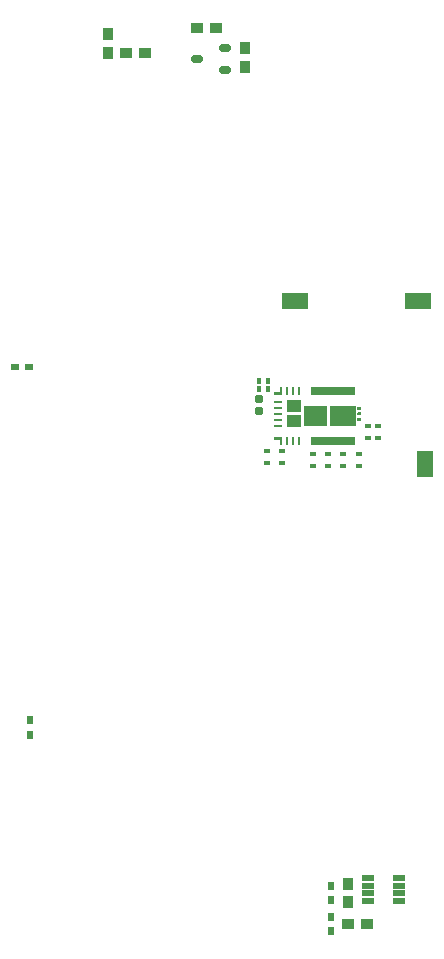
<source format=gbp>
G04*
G04 #@! TF.GenerationSoftware,Altium Limited,Altium Designer,23.1.1 (15)*
G04*
G04 Layer_Color=128*
%FSLAX44Y44*%
%MOMM*%
G71*
G04*
G04 #@! TF.SameCoordinates,9C76BA79-DA27-457B-B569-9ED225C8ECFE*
G04*
G04*
G04 #@! TF.FilePolarity,Positive*
G04*
G01*
G75*
%ADD38R,0.9500X1.0000*%
%ADD40R,1.0000X0.9500*%
%ADD54R,0.6000X0.8000*%
%ADD132R,0.8000X0.6000*%
G04:AMPARAMS|DCode=133|XSize=1.05mm|YSize=0.45mm|CornerRadius=0.0495mm|HoleSize=0mm|Usage=FLASHONLY|Rotation=180.000|XOffset=0mm|YOffset=0mm|HoleType=Round|Shape=RoundedRectangle|*
%AMROUNDEDRECTD133*
21,1,1.0500,0.3510,0,0,180.0*
21,1,0.9510,0.4500,0,0,180.0*
1,1,0.0990,-0.4755,0.1755*
1,1,0.0990,0.4755,0.1755*
1,1,0.0990,0.4755,-0.1755*
1,1,0.0990,-0.4755,-0.1755*
%
%ADD133ROUNDEDRECTD133*%
%ADD134C,0.2282*%
G04:AMPARAMS|DCode=135|XSize=0.7mm|YSize=0.25mm|CornerRadius=0.05mm|HoleSize=0mm|Usage=FLASHONLY|Rotation=270.000|XOffset=0mm|YOffset=0mm|HoleType=Round|Shape=RoundedRectangle|*
%AMROUNDEDRECTD135*
21,1,0.7000,0.1500,0,0,270.0*
21,1,0.6000,0.2500,0,0,270.0*
1,1,0.1000,-0.0750,-0.3000*
1,1,0.1000,-0.0750,0.3000*
1,1,0.1000,0.0750,0.3000*
1,1,0.1000,0.0750,-0.3000*
%
%ADD135ROUNDEDRECTD135*%
G04:AMPARAMS|DCode=136|XSize=0.25mm|YSize=0.7mm|CornerRadius=0.05mm|HoleSize=0mm|Usage=FLASHONLY|Rotation=270.000|XOffset=0mm|YOffset=0mm|HoleType=Round|Shape=RoundedRectangle|*
%AMROUNDEDRECTD136*
21,1,0.2500,0.6000,0,0,270.0*
21,1,0.1500,0.7000,0,0,270.0*
1,1,0.1000,-0.3000,-0.0750*
1,1,0.1000,-0.3000,0.0750*
1,1,0.1000,0.3000,0.0750*
1,1,0.1000,0.3000,-0.0750*
%
%ADD136ROUNDEDRECTD136*%
%ADD140C,0.3938*%
%ADD141R,1.4000X2.2000*%
%ADD142R,2.2000X1.4000*%
%ADD143R,0.6096X0.3810*%
G04:AMPARAMS|DCode=144|XSize=0.6mm|YSize=1mm|CornerRadius=0.15mm|HoleSize=0mm|Usage=FLASHONLY|Rotation=90.000|XOffset=0mm|YOffset=0mm|HoleType=Round|Shape=RoundedRectangle|*
%AMROUNDEDRECTD144*
21,1,0.6000,0.7000,0,0,90.0*
21,1,0.3000,1.0000,0,0,90.0*
1,1,0.3000,0.3500,0.1500*
1,1,0.3000,0.3500,-0.1500*
1,1,0.3000,-0.3500,-0.1500*
1,1,0.3000,-0.3500,0.1500*
%
%ADD144ROUNDEDRECTD144*%
G04:AMPARAMS|DCode=145|XSize=0.4mm|YSize=0.5mm|CornerRadius=0.05mm|HoleSize=0mm|Usage=FLASHONLY|Rotation=180.000|XOffset=0mm|YOffset=0mm|HoleType=Round|Shape=RoundedRectangle|*
%AMROUNDEDRECTD145*
21,1,0.4000,0.4000,0,0,180.0*
21,1,0.3000,0.5000,0,0,180.0*
1,1,0.1000,-0.1500,0.2000*
1,1,0.1000,0.1500,0.2000*
1,1,0.1000,0.1500,-0.2000*
1,1,0.1000,-0.1500,-0.2000*
%
%ADD145ROUNDEDRECTD145*%
G04:AMPARAMS|DCode=146|XSize=0.6mm|YSize=0.6mm|CornerRadius=0.051mm|HoleSize=0mm|Usage=FLASHONLY|Rotation=270.000|XOffset=0mm|YOffset=0mm|HoleType=Round|Shape=RoundedRectangle|*
%AMROUNDEDRECTD146*
21,1,0.6000,0.4980,0,0,270.0*
21,1,0.4980,0.6000,0,0,270.0*
1,1,0.1020,-0.2490,-0.2490*
1,1,0.1020,-0.2490,0.2490*
1,1,0.1020,0.2490,0.2490*
1,1,0.1020,0.2490,-0.2490*
%
%ADD146ROUNDEDRECTD146*%
G36*
X458503Y481422D02*
X458503Y481421D01*
X458503Y481421D01*
X460003D01*
X463494Y481421D01*
X463495Y481421D01*
X463497Y481421D01*
X463499Y481421D01*
X463502D01*
X463503Y481421D01*
X463503Y481421D01*
X468043Y481421D01*
X468043Y474921D01*
Y474822D01*
X467967Y474638D01*
X467826Y474497D01*
X467642Y474421D01*
X467543D01*
X430963Y474421D01*
X430863Y474421D01*
X430679Y474496D01*
X430538Y474637D01*
X430462Y474822D01*
X430463Y474921D01*
X430463Y481421D01*
X445003D01*
X448495Y481421D01*
X448496D01*
X448498Y481421D01*
X453500D01*
X453501Y481421D01*
X453502Y481421D01*
X453503D01*
X453503Y481421D01*
X453503Y481421D01*
X458499D01*
X458500Y481422D01*
X458501Y481422D01*
X458502Y481422D01*
X458503Y481422D01*
D02*
G37*
G36*
X406166Y481345D02*
X406307Y481204D01*
X406383Y481021D01*
X406383Y480921D01*
X406383Y474921D01*
X406383D01*
X406383Y474822D01*
X406307Y474638D01*
X406166Y474497D01*
X405982Y474421D01*
X405883Y474421D01*
X399383Y474421D01*
X399283Y474421D01*
X399100Y474497D01*
X398959Y474638D01*
X398883Y474822D01*
X398883Y474921D01*
Y476421D01*
X398883Y476421D01*
Y476521D01*
X398959Y476704D01*
X399100Y476845D01*
X399283Y476921D01*
X399383D01*
X403383Y476921D01*
Y476921D01*
X403480Y476931D01*
X403661Y477005D01*
X403798Y477143D01*
X403873Y477324D01*
X403883Y477421D01*
Y480921D01*
X403883Y480921D01*
Y481021D01*
X403959Y481204D01*
X404100Y481345D01*
X404283Y481421D01*
X404383D01*
X405883Y481421D01*
X405883Y481421D01*
X405982Y481421D01*
X406166Y481345D01*
D02*
G37*
G36*
X444096Y465395D02*
X444237Y465254D01*
X444313Y465071D01*
X444313Y464971D01*
X444313Y448871D01*
X444313D01*
X444313Y448772D01*
X444237Y448588D01*
X444096Y448447D01*
X443912Y448371D01*
X443813Y448371D01*
X424230Y448371D01*
Y465471D01*
X443813D01*
Y465471D01*
X443912Y465471D01*
X444096Y465395D01*
D02*
G37*
G36*
X472666Y464845D02*
X472807Y464704D01*
X472883Y464521D01*
Y464421D01*
Y462921D01*
Y462822D01*
X472807Y462638D01*
X472666Y462497D01*
X472482Y462421D01*
X470033D01*
X469850Y462497D01*
X469709Y462638D01*
X469633Y462822D01*
Y462921D01*
Y464421D01*
Y464521D01*
X469709Y464704D01*
X469850Y464845D01*
X470033Y464921D01*
X472482D01*
X472666Y464845D01*
D02*
G37*
G36*
X421866Y470495D02*
X422007Y470354D01*
X422083Y470171D01*
Y470071D01*
Y460671D01*
Y460572D01*
X422007Y460388D01*
X421866Y460247D01*
X421682Y460171D01*
X410383D01*
X410200Y460247D01*
X410059Y460388D01*
X409983Y460572D01*
Y460671D01*
Y470071D01*
Y470171D01*
X410059Y470354D01*
X410200Y470495D01*
X410383Y470571D01*
X421682D01*
X421866Y470495D01*
D02*
G37*
G36*
X472666Y459845D02*
X472807Y459704D01*
X472883Y459521D01*
Y459421D01*
Y457921D01*
Y457822D01*
X472807Y457638D01*
X472666Y457497D01*
X472482Y457421D01*
X470033D01*
X469850Y457497D01*
X469709Y457638D01*
X469633Y457822D01*
Y457921D01*
Y459421D01*
Y459521D01*
X469709Y459704D01*
X469850Y459845D01*
X470033Y459921D01*
X472482D01*
X472666Y459845D01*
D02*
G37*
G36*
Y454845D02*
X472807Y454704D01*
X472883Y454521D01*
Y454421D01*
Y452921D01*
Y452822D01*
X472807Y452638D01*
X472666Y452497D01*
X472482Y452421D01*
X470033D01*
X469850Y452497D01*
X469709Y452638D01*
X469633Y452822D01*
Y452921D01*
Y454421D01*
Y454521D01*
X469709Y454704D01*
X469850Y454845D01*
X470033Y454921D01*
X472482D01*
X472666Y454845D01*
D02*
G37*
G36*
X468083Y465471D02*
X468083Y465471D01*
X468182Y465471D01*
X468366Y465395D01*
X468507Y465254D01*
X468583Y465071D01*
X468583Y464971D01*
X468583Y448871D01*
X468583Y448871D01*
X468583Y448772D01*
X468507Y448588D01*
X468366Y448447D01*
X468182Y448371D01*
X468083Y448371D01*
X446730Y448371D01*
X446730Y465471D01*
X468083Y465471D01*
D02*
G37*
G36*
X421866Y458095D02*
X422007Y457954D01*
X422083Y457771D01*
Y457671D01*
Y448271D01*
Y448172D01*
X422007Y447988D01*
X421866Y447847D01*
X421682Y447771D01*
X410383D01*
X410200Y447847D01*
X410059Y447988D01*
X409983Y448172D01*
Y448271D01*
Y457671D01*
Y457771D01*
X410059Y457954D01*
X410200Y458095D01*
X410383Y458171D01*
X421682D01*
X421866Y458095D01*
D02*
G37*
G36*
X467826Y439345D02*
X467967Y439205D01*
X468043Y439021D01*
X468043Y438921D01*
X468043Y432421D01*
X463500Y432421D01*
X460014D01*
X460014Y432422D01*
X460013Y432421D01*
X460010Y432421D01*
X460007Y432421D01*
X460004Y432421D01*
X460003Y432421D01*
X458501Y432421D01*
X455010Y432421D01*
X455011Y432422D01*
X455010Y432421D01*
X455008Y432421D01*
X455006Y432421D01*
X455004Y432421D01*
X455003Y432421D01*
X453501Y432421D01*
X450013D01*
X450013Y432422D01*
X450011Y432422D01*
X450009Y432421D01*
X450006Y432421D01*
X450004Y432421D01*
X450003Y432421D01*
X448501Y432421D01*
X445012D01*
X445012Y432422D01*
X445011Y432422D01*
X445009Y432421D01*
X445006Y432421D01*
X445004Y432421D01*
X445003Y432421D01*
X443502Y432421D01*
X440011D01*
X440011Y432422D01*
X440010Y432422D01*
X440008Y432421D01*
X440006Y432421D01*
X440004Y432421D01*
X440003Y432421D01*
X438503Y432421D01*
X435011D01*
X435011Y432423D01*
X435010Y432422D01*
X435008Y432421D01*
X435006Y432421D01*
X435004Y432421D01*
X435003Y432421D01*
X430463Y432421D01*
X430463Y438921D01*
Y439021D01*
X430539Y439204D01*
X430680Y439345D01*
X430863Y439421D01*
X430963D01*
X467543Y439421D01*
Y439421D01*
X467642Y439421D01*
X467826Y439345D01*
D02*
G37*
G36*
X405883Y439421D02*
X405982Y439421D01*
X406166Y439345D01*
X406307Y439204D01*
X406383Y439021D01*
X406383Y438921D01*
X406383Y438921D01*
X406383Y432921D01*
Y432822D01*
X406307Y432638D01*
X406166Y432497D01*
X405982Y432421D01*
X405883Y432421D01*
X404383D01*
X404283Y432421D01*
X404100Y432497D01*
X403959Y432638D01*
X403883Y432822D01*
X403883Y432921D01*
X403883Y432921D01*
X403883Y436421D01*
X403873Y436519D01*
X403798Y436699D01*
X403661Y436837D01*
X403480Y436912D01*
X403383Y436921D01*
Y436921D01*
X399383D01*
X399283Y436921D01*
X399100Y436997D01*
X398959Y437138D01*
X398883Y437322D01*
X398883Y437421D01*
Y438921D01*
X398883Y439021D01*
X398959Y439204D01*
X399100Y439345D01*
X399283Y439421D01*
X399383Y439421D01*
Y439421D01*
X405883Y439421D01*
D02*
G37*
D38*
X461621Y61092D02*
D03*
Y45092D02*
D03*
X258671Y780307D02*
D03*
Y764307D02*
D03*
X374489Y752245D02*
D03*
Y768245D02*
D03*
D40*
X477606Y26529D02*
D03*
X461606D02*
D03*
X290248Y764054D02*
D03*
X274248D02*
D03*
X350178Y785203D02*
D03*
X334178D02*
D03*
D54*
X447139Y32529D02*
D03*
Y20529D02*
D03*
X447228Y59092D02*
D03*
Y47092D02*
D03*
X192764Y199150D02*
D03*
Y187150D02*
D03*
D132*
X180191Y498642D02*
D03*
X192190D02*
D03*
D133*
X505045Y65691D02*
D03*
Y59191D02*
D03*
Y52691D02*
D03*
Y46192D02*
D03*
X479045D02*
D03*
Y52691D02*
D03*
Y59191D02*
D03*
Y65691D02*
D03*
D134*
X404633Y476171D02*
D03*
Y437671D02*
D03*
D135*
X420133Y477921D02*
D03*
X415133D02*
D03*
X410133D02*
D03*
X420133Y435921D02*
D03*
X415133D02*
D03*
X410133D02*
D03*
D136*
X402383Y468671D02*
D03*
Y463671D02*
D03*
Y458671D02*
D03*
Y453671D02*
D03*
Y448671D02*
D03*
D140*
X449230Y476609D02*
D03*
X449230Y437234D02*
D03*
D141*
X527352Y416393D02*
D03*
D142*
X521352Y554636D02*
D03*
X417246D02*
D03*
D143*
X487237Y438054D02*
D03*
Y448214D02*
D03*
X444996Y414315D02*
D03*
Y424475D02*
D03*
X457996Y414315D02*
D03*
Y424475D02*
D03*
X470997Y414315D02*
D03*
Y424475D02*
D03*
X405624Y427255D02*
D03*
Y417095D02*
D03*
X392951Y427216D02*
D03*
Y417057D02*
D03*
X478437Y438058D02*
D03*
Y448218D02*
D03*
X431996Y424475D02*
D03*
Y414315D02*
D03*
D144*
X333635Y759304D02*
D03*
X357635Y749804D02*
D03*
Y768804D02*
D03*
D145*
X386230Y479441D02*
D03*
X394230D02*
D03*
X394346Y486623D02*
D03*
X386346D02*
D03*
D146*
X386741Y460974D02*
D03*
Y471474D02*
D03*
M02*

</source>
